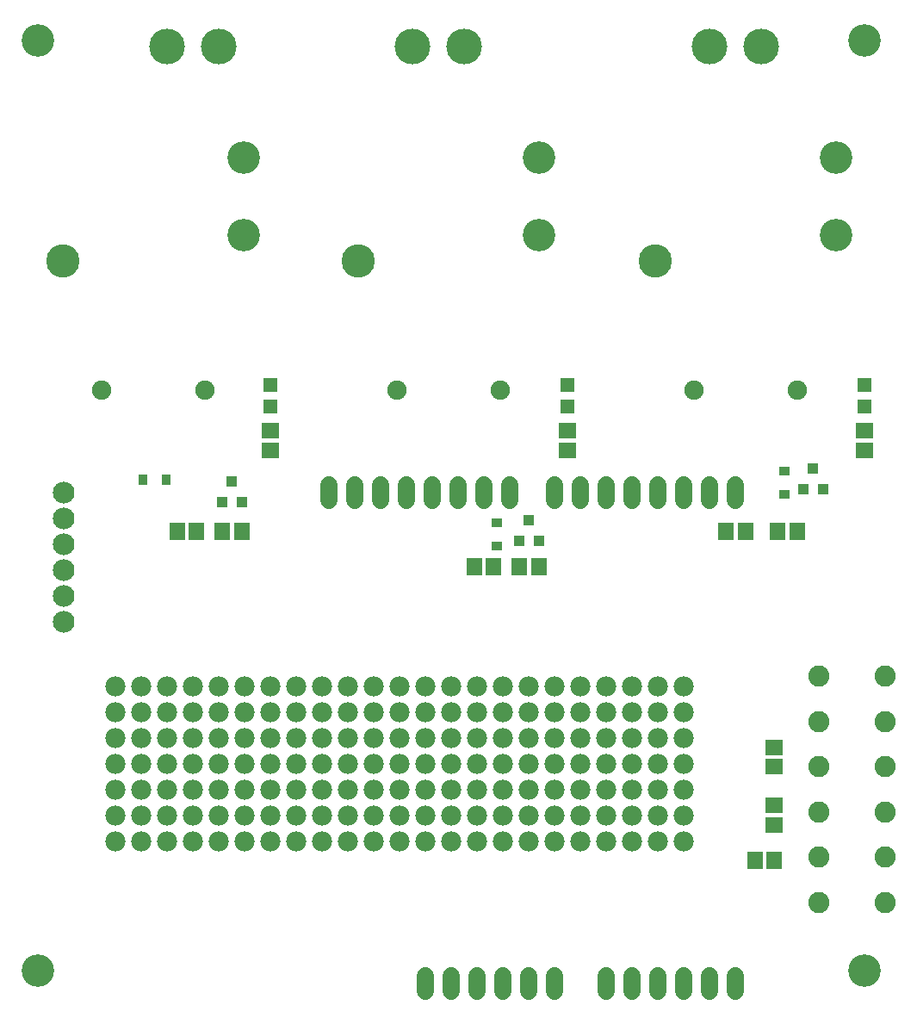
<source format=gts>
G75*
G70*
%OFA0B0*%
%FSLAX24Y24*%
%IPPOS*%
%LPD*%
%AMOC8*
5,1,8,0,0,1.08239X$1,22.5*
%
%ADD10C,0.1261*%
%ADD11C,0.1290*%
%ADD12C,0.0753*%
%ADD13C,0.1380*%
%ADD14C,0.0840*%
%ADD15R,0.0395X0.0434*%
%ADD16R,0.0592X0.0710*%
%ADD17R,0.0552X0.0552*%
%ADD18R,0.0328X0.0407*%
%ADD19R,0.0407X0.0328*%
%ADD20C,0.0674*%
%ADD21R,0.0710X0.0592*%
%ADD22C,0.0820*%
%ADD23C,0.0780*%
D10*
X002728Y002728D03*
X010684Y031185D03*
X010684Y034189D03*
X002728Y038728D03*
X022122Y034189D03*
X022122Y031185D03*
X033622Y031185D03*
X033622Y034189D03*
X034728Y038728D03*
X034728Y002728D03*
D11*
X026629Y030185D03*
X015129Y030185D03*
X003692Y030185D03*
D12*
X005188Y025185D03*
X009188Y025185D03*
X016626Y025185D03*
X020626Y025185D03*
X028126Y025185D03*
X032126Y025185D03*
D13*
X030728Y038478D03*
X028728Y038478D03*
X019228Y038478D03*
X017228Y038478D03*
X009728Y038478D03*
X007728Y038478D03*
D14*
X003728Y021228D03*
X003728Y020228D03*
X003728Y019228D03*
X003728Y018228D03*
X003728Y017228D03*
X003728Y016228D03*
D15*
X009854Y020834D03*
X010602Y020834D03*
X010228Y021661D03*
X021354Y019334D03*
X022102Y019334D03*
X021728Y020161D03*
X032354Y021334D03*
X033102Y021334D03*
X032728Y022161D03*
D16*
X032102Y019728D03*
X031354Y019728D03*
X030102Y019728D03*
X029354Y019728D03*
X022102Y018353D03*
X021354Y018353D03*
X020352Y018353D03*
X019604Y018353D03*
X010602Y019728D03*
X009854Y019728D03*
X008852Y019728D03*
X008104Y019728D03*
X030479Y006978D03*
X031227Y006978D03*
D17*
X034728Y024564D03*
X034728Y025391D03*
X023228Y025391D03*
X023228Y024564D03*
X011728Y024564D03*
X011728Y025391D03*
D18*
X007681Y021728D03*
X006775Y021728D03*
D19*
X020478Y020056D03*
X020478Y019150D03*
X031603Y021150D03*
X031603Y022056D03*
D20*
X029728Y021525D02*
X029728Y020931D01*
X028728Y020931D02*
X028728Y021525D01*
X027728Y021525D02*
X027728Y020931D01*
X026728Y020931D02*
X026728Y021525D01*
X025728Y021525D02*
X025728Y020931D01*
X024728Y020931D02*
X024728Y021525D01*
X023728Y021525D02*
X023728Y020931D01*
X022728Y020931D02*
X022728Y021525D01*
X020978Y021525D02*
X020978Y020931D01*
X019978Y020931D02*
X019978Y021525D01*
X018978Y021525D02*
X018978Y020931D01*
X017978Y020931D02*
X017978Y021525D01*
X016978Y021525D02*
X016978Y020931D01*
X015978Y020931D02*
X015978Y021525D01*
X014978Y021525D02*
X014978Y020931D01*
X013978Y020931D02*
X013978Y021525D01*
X017728Y002525D02*
X017728Y001931D01*
X018728Y001931D02*
X018728Y002525D01*
X019728Y002525D02*
X019728Y001931D01*
X020728Y001931D02*
X020728Y002525D01*
X021728Y002525D02*
X021728Y001931D01*
X022728Y001931D02*
X022728Y002525D01*
X024728Y002525D02*
X024728Y001931D01*
X025728Y001931D02*
X025728Y002525D01*
X026728Y002525D02*
X026728Y001931D01*
X027728Y001931D02*
X027728Y002525D01*
X028728Y002525D02*
X028728Y001931D01*
X029728Y001931D02*
X029728Y002525D01*
D21*
X031228Y008354D03*
X031228Y009102D03*
X031228Y010604D03*
X031228Y011352D03*
X034728Y022854D03*
X034728Y023602D03*
X023228Y023602D03*
X023228Y022854D03*
X011728Y022854D03*
X011728Y023602D03*
D22*
X032948Y014118D03*
X032948Y012338D03*
X032948Y010618D03*
X032948Y008838D03*
X032948Y007118D03*
X032948Y005338D03*
X035508Y005338D03*
X035508Y007118D03*
X035508Y008838D03*
X035508Y010618D03*
X035508Y012338D03*
X035508Y014118D03*
D23*
X027728Y013728D03*
X027728Y012728D03*
X027728Y011728D03*
X027728Y010728D03*
X027728Y009728D03*
X027728Y008728D03*
X027728Y007728D03*
X026728Y007728D03*
X026728Y008728D03*
X026728Y009728D03*
X026728Y010728D03*
X026728Y011728D03*
X026728Y012728D03*
X026728Y013728D03*
X025728Y013728D03*
X025728Y012728D03*
X024728Y012728D03*
X024728Y013728D03*
X023728Y013728D03*
X023728Y012728D03*
X023728Y011728D03*
X023728Y010728D03*
X024728Y010728D03*
X024728Y011728D03*
X025728Y011728D03*
X025728Y010728D03*
X025728Y009728D03*
X025728Y008728D03*
X024728Y008728D03*
X024728Y009728D03*
X023728Y009728D03*
X023728Y008728D03*
X023728Y007728D03*
X024728Y007728D03*
X025728Y007728D03*
X022728Y007728D03*
X021728Y007728D03*
X021728Y008728D03*
X021728Y009728D03*
X022728Y009728D03*
X022728Y008728D03*
X022728Y010728D03*
X022728Y011728D03*
X021728Y011728D03*
X021728Y010728D03*
X020728Y010728D03*
X020728Y011728D03*
X020728Y012728D03*
X020728Y013728D03*
X021728Y013728D03*
X022728Y013728D03*
X022728Y012728D03*
X021728Y012728D03*
X019728Y012728D03*
X019728Y013728D03*
X018728Y013728D03*
X018728Y012728D03*
X018728Y011728D03*
X019728Y011728D03*
X019728Y010728D03*
X018728Y010728D03*
X018728Y009728D03*
X019728Y009728D03*
X019728Y008728D03*
X018728Y008728D03*
X018728Y007728D03*
X019728Y007728D03*
X020728Y007728D03*
X020728Y008728D03*
X020728Y009728D03*
X017728Y009728D03*
X017728Y008728D03*
X017728Y007728D03*
X016728Y007728D03*
X016728Y008728D03*
X016728Y009728D03*
X016728Y010728D03*
X016728Y011728D03*
X016728Y012728D03*
X016728Y013728D03*
X017728Y013728D03*
X017728Y012728D03*
X017728Y011728D03*
X017728Y010728D03*
X015728Y010728D03*
X015728Y011728D03*
X014728Y011728D03*
X014728Y010728D03*
X014728Y009728D03*
X015728Y009728D03*
X015728Y008728D03*
X014728Y008728D03*
X014728Y007728D03*
X015728Y007728D03*
X013728Y007728D03*
X013728Y008728D03*
X013728Y009728D03*
X013728Y010728D03*
X013728Y011728D03*
X013728Y012728D03*
X013728Y013728D03*
X014728Y013728D03*
X015728Y013728D03*
X015728Y012728D03*
X014728Y012728D03*
X012728Y012728D03*
X012728Y013728D03*
X011728Y013728D03*
X011728Y012728D03*
X011728Y011728D03*
X012728Y011728D03*
X012728Y010728D03*
X011728Y010728D03*
X011728Y009728D03*
X012728Y009728D03*
X012728Y008728D03*
X011728Y008728D03*
X011728Y007728D03*
X012728Y007728D03*
X010728Y007728D03*
X010728Y008728D03*
X010728Y009728D03*
X010728Y010728D03*
X010728Y011728D03*
X010728Y012728D03*
X010728Y013728D03*
X009728Y013728D03*
X009728Y012728D03*
X008728Y012728D03*
X008728Y013728D03*
X007728Y013728D03*
X007728Y012728D03*
X007728Y011728D03*
X007728Y010728D03*
X008728Y010728D03*
X008728Y011728D03*
X009728Y011728D03*
X009728Y010728D03*
X009728Y009728D03*
X009728Y008728D03*
X008728Y008728D03*
X008728Y009728D03*
X007728Y009728D03*
X007728Y008728D03*
X007728Y007728D03*
X008728Y007728D03*
X009728Y007728D03*
X006728Y007728D03*
X005728Y007728D03*
X005728Y008728D03*
X005728Y009728D03*
X006728Y009728D03*
X006728Y008728D03*
X006728Y010728D03*
X006728Y011728D03*
X005728Y011728D03*
X005728Y010728D03*
X005728Y012728D03*
X005728Y013728D03*
X006728Y013728D03*
X006728Y012728D03*
M02*

</source>
